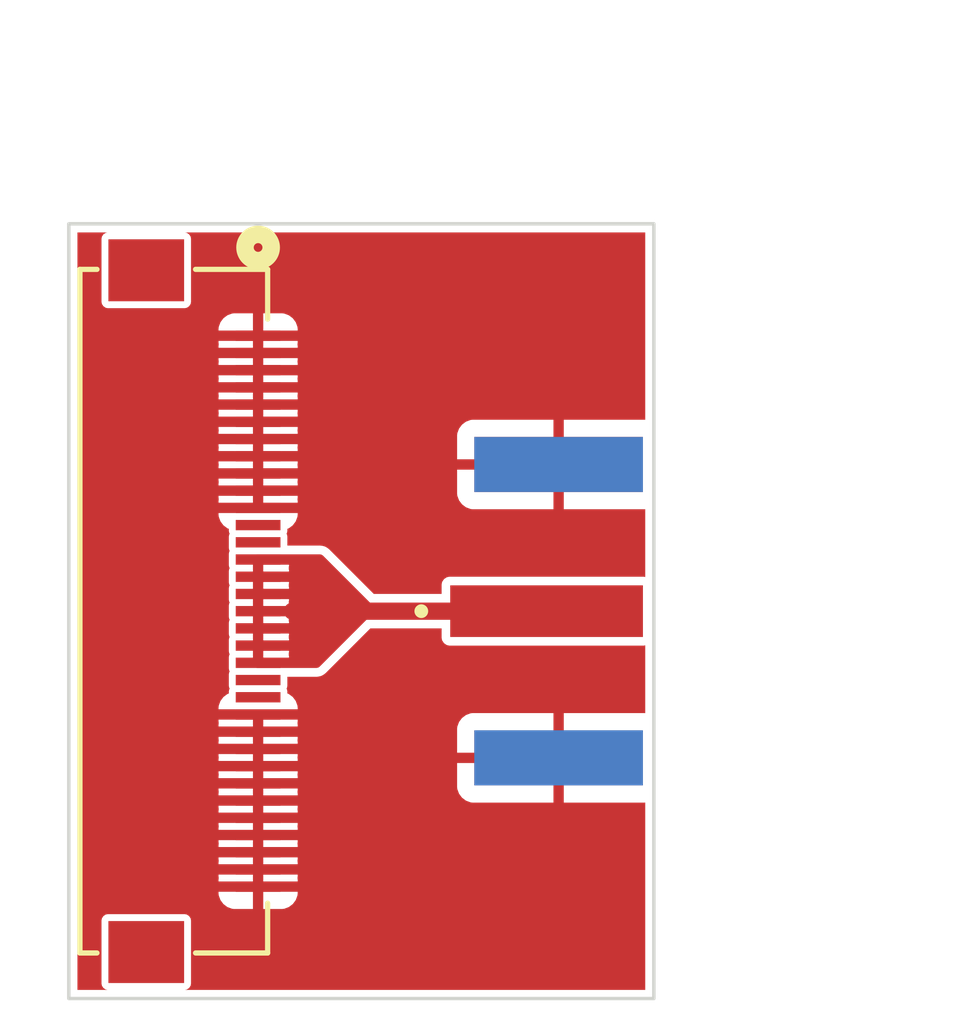
<source format=kicad_pcb>
(kicad_pcb (version 20221018) (generator pcbnew)
  (layers (0 "F.Cu" signal) (31 "B.Cu" signal) (34 "B.Paste" user) (35 "F.Paste" user) (36 "B.SilkS" user "B.Silkscreen") (37 "F.SilkS" user "F.Silkscreen") (38 "B.Mask" user) (39 "F.Mask" user) (44 "Edge.Cuts" user))
  (net 0 "")
  (net 1 "/GND")
  (net 4 "/SIG")
  (footprint "Library:CONN_XF3M-3315-1B_OMR" (layer "F.Cu") (at 135.200005 73.033399 -90)
    (fp_text reference "J1" hide)
    (fp_text value "XF3M-3315-1B")
    (fp_line (start -17.927 -0.277011) (end -17.927 1.817261) (stroke (width 0.1524)) (layer "F.SilkS"))
    (fp_line (start -17.927 4.682741) (end -17.927 5.176987) (stroke (width 0.1524)) (layer "F.SilkS"))
    (fp_line (start -17.927 5.176987) (end 1.927002 5.176987) (stroke (width 0.1524)) (layer "F.SilkS"))
    (fp_line (start -16.482738 -0.277011) (end -17.927 -0.277011) (stroke (width 0.1524)) (layer "F.SilkS"))
    (fp_line (start 1.927002 -0.277011) (end 0.48274 -0.277011) (stroke (width 0.1524)) (layer "F.SilkS"))
    (fp_line (start 1.927002 1.817261) (end 1.927002 -0.277011) (stroke (width 0.1524)) (layer "F.SilkS"))
    (fp_line (start 1.927002 5.176987) (end 1.927002 4.682741) (stroke (width 0.1524)) (layer "F.SilkS"))
    (fp_circle (center -18.562 0) (end -18.181 0) (stroke (width 0.508)) (fill none) (layer "F.SilkS"))
    (pad "1" smd rect (at -15.999999 0 270) (size 0.3 1.3) (layers "F.Cu" "F.Paste" "F.Mask") (net 1 "/GND"))
    (pad "2" smd rect (at -15.5 0 270) (size 0.3 1.3) (layers "F.Cu" "F.Paste" "F.Mask") (net 1 "/GND"))
    (pad "3" smd rect (at -15.000001 0 270) (size 0.3 1.3) (layers "F.Cu" "F.Paste" "F.Mask") (net 1 "/GND"))
    (pad "4" smd rect (at -14.499999 0 270) (size 0.3 1.3) (layers "F.Cu" "F.Paste" "F.Mask") (net 1 "/GND"))
    (pad "5" smd rect (at -14 0 270) (size 0.3 1.3) (layers "F.Cu" "F.Paste" "F.Mask") (net 1 "/GND"))
    (pad "6" smd rect (at -13.499998 0 270) (size 0.3 1.3) (layers "F.Cu" "F.Paste" "F.Mask") (net 1 "/GND"))
    (pad "7" smd rect (at -12.999999 0 270) (size 0.3 1.3) (layers "F.Cu" "F.Paste" "F.Mask") (net 1 "/GND"))
    (pad "8" smd rect (at -12.5 0 270) (size 0.3 1.3) (layers "F.Cu" "F.Paste" "F.Mask") (net 1 "/GND"))
    (pad "9" smd rect (at -11.999999 0 270) (size 0.3 1.3) (layers "F.Cu" "F.Paste" "F.Mask") (net 1 "/GND"))
    (pad "10" smd rect (at -11.5 0 270) (size 0.3 1.3) (layers "F.Cu" "F.Paste" "F.Mask") (net 1 "/GND"))
    (pad "11" smd rect (at -10.999998 0 270) (size 0.3 1.3) (layers "F.Cu" "F.Paste" "F.Mask") (net 1 "/GND"))
    (pad "12" smd rect (at -10.499999 0 270) (size 0.3 1.3) (layers "F.Cu" "F.Paste" "F.Mask"))
    (pad "13" smd rect (at -10 0 270) (size 0.3 1.3) (layers "F.Cu" "F.Paste" "F.Mask"))
    (pad "14" smd rect (at -9.499999 0 270) (size 0.3 1.3) (layers "F.Cu" "F.Paste" "F.Mask") (net 4 "/SIG"))
    (pad "15" smd rect (at -9 0 270) (size 0.3 1.3) (layers "F.Cu" "F.Paste" "F.Mask") (net 4 "/SIG"))
    (pad "16" smd rect (at -8.499998 0 270) (size 0.3 1.3) (layers "F.Cu" "F.Paste" "F.Mask") (net 4 "/SIG"))
    (pad "17" smd rect (at -7.999999 0 270) (size 0.3 1.3) (layers "F.Cu" "F.Paste" "F.Mask") (net 4 "/SIG"))
    (pad "18" smd rect (at -7.5 0 270) (size 0.3 1.3) (layers "F.Cu" "F.Paste" "F.Mask") (net 4 "/SIG"))
    (pad "19" smd rect (at -6.999999 0 270) (size 0.3 1.3) (layers "F.Cu" "F.Paste" "F.Mask") (net 4 "/SIG"))
    (pad "20" smd rect (at -6.5 0 270) (size 0.3 1.3) (layers "F.Cu" "F.Paste" "F.Mask") (net 4 "/SIG"))
    (pad "21" smd rect (at -5.999998 0 270) (size 0.3 1.3) (layers "F.Cu" "F.Paste" "F.Mask"))
    (pad "22" smd rect (at -5.499999 0 270) (size 0.3 1.3) (layers "F.Cu" "F.Paste" "F.Mask"))
    (pad "23" smd rect (at -5 0 270) (size 0.3 1.3) (layers "F.Cu" "F.Paste" "F.Mask") (net 1 "/GND"))
    (pad "24" smd rect (at -4.499999 0 270) (size 0.3 1.3) (layers "F.Cu" "F.Paste" "F.Mask") (net 1 "/GND"))
    (pad "25" smd rect (at -4 0 270) (size 0.3 1.3) (layers "F.Cu" "F.Paste" "F.Mask") (net 1 "/GND"))
    (pad "26" smd rect (at -3.499998 0 270) (size 0.3 1.3) (layers "F.Cu" "F.Paste" "F.Mask") (net 1 "/GND"))
    (pad "27" smd rect (at -2.999999 0 270) (size 0.3 1.3) (layers "F.Cu" "F.Paste" "F.Mask") (net 1 "/GND"))
    (pad "28" smd rect (at -2.5 0 270) (size 0.3 1.3) (layers "F.Cu" "F.Paste" "F.Mask") (net 1 "/GND"))
    (pad "29" smd rect (at -1.999999 0 270) (size 0.3 1.3) (layers "F.Cu" "F.Paste" "F.Mask") (net 1 "/GND"))
    (pad "30" smd rect (at -1.5 0 270) (size 0.3 1.3) (layers "F.Cu" "F.Paste" "F.Mask") (net 1 "/GND"))
    (pad "31" smd rect (at -0.999998 0 270) (size 0.3 1.3) (layers "F.Cu" "F.Paste" "F.Mask") (net 1 "/GND"))
    (pad "32" smd rect (at -0.499999 0 270) (size 0.3 1.3) (layers "F.Cu" "F.Paste" "F.Mask") (net 1 "/GND"))
    (pad "33" smd rect (at 0 0 270) (size 0.3 1.3) (layers "F.Cu" "F.Paste" "F.Mask") (net 1 "/GND"))
    (pad "34" smd rect (at -17.9 3.250001 270) (size 1.8 2.2) (layers "F.Cu" "F.Paste" "F.Mask"))
    (pad "35" smd rect (at 1.900001 3.250001 270) (size 1.8 2.2) (layers "F.Cu" "F.Paste" "F.Mask"))
  )
  (footprint "Library:LINX_CONSMA020.062-G" (layer "F.Cu") (at 146.382505 65.0334 90)
    (fp_text reference "J2" hide)
    (fp_text value "CONSMA020.062-G" hide)
    (fp_circle (center 0 -6.44) (end 0.1 -6.44) (stroke (width 0.2)) (fill none) (layer "F.SilkS"))
    (pad "1" smd rect (at 0 -2.8 90) (size 1.5 5.6) (layers "F.Cu" "F.Paste" "F.Mask") (net 4 "/SIG"))
    (pad "S1" smd rect (at -4.26 -2.45 90) (size 1.6 4.9) (layers "F.Cu" "F.Paste" "F.Mask") (net 1 "/GND"))
    (pad "S2" smd rect (at 4.26 -2.45 90) (size 1.6 4.9) (layers "F.Cu" "F.Paste" "F.Mask") (net 1 "/GND"))
    (pad "S3" smd rect (at -4.26 -2.45 90) (size 1.6 4.9) (layers "B.Cu" "B.Paste" "B.Mask"))
    (pad "S4" smd rect (at 4.26 -2.45 90) (size 1.6 4.9) (layers "B.Cu" "B.Paste" "B.Mask"))
  )
  (gr_rect (start 129.700005 53.7834) (end 146.700005 76.2834) (stroke (width 0.1)) (fill none) (layer "Edge.Cuts"))
  (segment (start 143.866605 65.0334) (end 143.900005 65) (width 0.5) (layer "F.Cu") (net 4))
  (segment (start 136.200005 65.0334) (end 143.866605 65.0334) (width 0.5) (layer "F.Cu") (net 4))
  (zone (net 1) (net_name "/GND") (layer "F.Cu") (connect_pads (clearance 0.25)) (min_thickness 0) (fill yes (thermal_gap 0.5) (thermal_bridge_width 0.3))
    (polygon (pts (xy 127.700005 47.7834) (xy 146.700005 47.2834) (xy 147.200005 77.0334) (xy 127.700005 76.2834)))
  )
  (zone (net 4) (net_name "/SIG") (layer "F.Cu") (priority 1) (connect_pads (clearance 0)) (min_thickness 0.25) (fill yes (thermal_gap 0.25) (thermal_bridge_width 0.5))
    (polygon (pts (xy 134.400005 63.3834) (xy 137.050005 63.3834) (xy 138.550005 64.8834) (xy 138.550005 65.0834) (xy 136.950005 66.6834) (xy 134.400005 66.6834)))
  )
)
</source>
